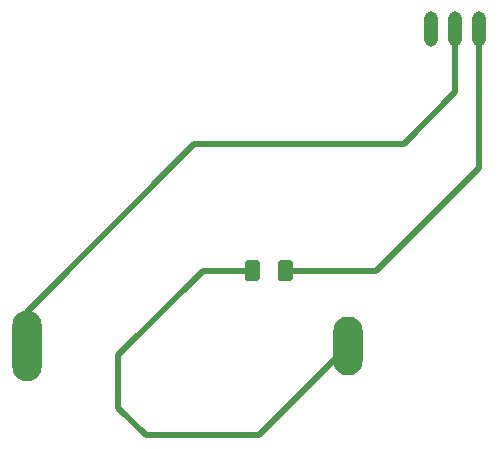
<source format=gbr>
G04 #@! TF.GenerationSoftware,KiCad,Pcbnew,(5.1.2)-1*
G04 #@! TF.CreationDate,2019-05-11T13:20:20-07:00*
G04 #@! TF.ProjectId,PartsExport,50617274-7345-4787-906f-72742e6b6963,rev?*
G04 #@! TF.SameCoordinates,Original*
G04 #@! TF.FileFunction,Copper,L1,Top*
G04 #@! TF.FilePolarity,Positive*
%FSLAX46Y46*%
G04 Gerber Fmt 4.6, Leading zero omitted, Abs format (unit mm)*
G04 Created by KiCad (PCBNEW (5.1.2)-1) date 2019-05-11 13:20:20*
%MOMM*%
%LPD*%
G04 APERTURE LIST*
%ADD10C,0.100000*%
%ADD11C,1.250000*%
%ADD12O,1.200000X3.000000*%
%ADD13O,2.500000X6.000000*%
%ADD14O,2.500000X5.000000*%
%ADD15C,0.250000*%
%ADD16C,0.500000*%
G04 APERTURE END LIST*
D10*
G36*
X118329504Y-103686204D02*
G01*
X118353773Y-103689804D01*
X118377571Y-103695765D01*
X118400671Y-103704030D01*
X118422849Y-103714520D01*
X118443893Y-103727133D01*
X118463598Y-103741747D01*
X118481777Y-103758223D01*
X118498253Y-103776402D01*
X118512867Y-103796107D01*
X118525480Y-103817151D01*
X118535970Y-103839329D01*
X118544235Y-103862429D01*
X118550196Y-103886227D01*
X118553796Y-103910496D01*
X118555000Y-103935000D01*
X118555000Y-105185000D01*
X118553796Y-105209504D01*
X118550196Y-105233773D01*
X118544235Y-105257571D01*
X118535970Y-105280671D01*
X118525480Y-105302849D01*
X118512867Y-105323893D01*
X118498253Y-105343598D01*
X118481777Y-105361777D01*
X118463598Y-105378253D01*
X118443893Y-105392867D01*
X118422849Y-105405480D01*
X118400671Y-105415970D01*
X118377571Y-105424235D01*
X118353773Y-105430196D01*
X118329504Y-105433796D01*
X118305000Y-105435000D01*
X117555000Y-105435000D01*
X117530496Y-105433796D01*
X117506227Y-105430196D01*
X117482429Y-105424235D01*
X117459329Y-105415970D01*
X117437151Y-105405480D01*
X117416107Y-105392867D01*
X117396402Y-105378253D01*
X117378223Y-105361777D01*
X117361747Y-105343598D01*
X117347133Y-105323893D01*
X117334520Y-105302849D01*
X117324030Y-105280671D01*
X117315765Y-105257571D01*
X117309804Y-105233773D01*
X117306204Y-105209504D01*
X117305000Y-105185000D01*
X117305000Y-103935000D01*
X117306204Y-103910496D01*
X117309804Y-103886227D01*
X117315765Y-103862429D01*
X117324030Y-103839329D01*
X117334520Y-103817151D01*
X117347133Y-103796107D01*
X117361747Y-103776402D01*
X117378223Y-103758223D01*
X117396402Y-103741747D01*
X117416107Y-103727133D01*
X117437151Y-103714520D01*
X117459329Y-103704030D01*
X117482429Y-103695765D01*
X117506227Y-103689804D01*
X117530496Y-103686204D01*
X117555000Y-103685000D01*
X118305000Y-103685000D01*
X118329504Y-103686204D01*
X118329504Y-103686204D01*
G37*
D11*
X117930000Y-104560000D03*
D10*
G36*
X115529504Y-103686204D02*
G01*
X115553773Y-103689804D01*
X115577571Y-103695765D01*
X115600671Y-103704030D01*
X115622849Y-103714520D01*
X115643893Y-103727133D01*
X115663598Y-103741747D01*
X115681777Y-103758223D01*
X115698253Y-103776402D01*
X115712867Y-103796107D01*
X115725480Y-103817151D01*
X115735970Y-103839329D01*
X115744235Y-103862429D01*
X115750196Y-103886227D01*
X115753796Y-103910496D01*
X115755000Y-103935000D01*
X115755000Y-105185000D01*
X115753796Y-105209504D01*
X115750196Y-105233773D01*
X115744235Y-105257571D01*
X115735970Y-105280671D01*
X115725480Y-105302849D01*
X115712867Y-105323893D01*
X115698253Y-105343598D01*
X115681777Y-105361777D01*
X115663598Y-105378253D01*
X115643893Y-105392867D01*
X115622849Y-105405480D01*
X115600671Y-105415970D01*
X115577571Y-105424235D01*
X115553773Y-105430196D01*
X115529504Y-105433796D01*
X115505000Y-105435000D01*
X114755000Y-105435000D01*
X114730496Y-105433796D01*
X114706227Y-105430196D01*
X114682429Y-105424235D01*
X114659329Y-105415970D01*
X114637151Y-105405480D01*
X114616107Y-105392867D01*
X114596402Y-105378253D01*
X114578223Y-105361777D01*
X114561747Y-105343598D01*
X114547133Y-105323893D01*
X114534520Y-105302849D01*
X114524030Y-105280671D01*
X114515765Y-105257571D01*
X114509804Y-105233773D01*
X114506204Y-105209504D01*
X114505000Y-105185000D01*
X114505000Y-103935000D01*
X114506204Y-103910496D01*
X114509804Y-103886227D01*
X114515765Y-103862429D01*
X114524030Y-103839329D01*
X114534520Y-103817151D01*
X114547133Y-103796107D01*
X114561747Y-103776402D01*
X114578223Y-103758223D01*
X114596402Y-103741747D01*
X114616107Y-103727133D01*
X114637151Y-103714520D01*
X114659329Y-103704030D01*
X114682429Y-103695765D01*
X114706227Y-103689804D01*
X114730496Y-103686204D01*
X114755000Y-103685000D01*
X115505000Y-103685000D01*
X115529504Y-103686204D01*
X115529504Y-103686204D01*
G37*
D11*
X115130000Y-104560000D03*
D12*
X130230000Y-84080000D03*
X134320000Y-84080000D03*
X132320000Y-84080000D03*
D13*
X96020000Y-110960000D03*
D14*
X123220000Y-110960000D03*
D15*
X96020000Y-110960000D02*
X96020000Y-110500000D01*
D16*
X96020000Y-110960000D02*
X96020000Y-108050000D01*
X96020000Y-108050000D02*
X110220000Y-93850000D01*
X110220000Y-93850000D02*
X127930000Y-93850000D01*
X132320000Y-89460000D02*
X132320000Y-84080000D01*
X127930000Y-93850000D02*
X132320000Y-89460000D01*
X134320000Y-84080000D02*
X134320000Y-95850000D01*
X125610000Y-104560000D02*
X117930000Y-104560000D01*
X134320000Y-95850000D02*
X125610000Y-104560000D01*
X115130000Y-104560000D02*
X110920000Y-104560000D01*
X110920000Y-104560000D02*
X103790000Y-111690000D01*
X103790000Y-111690000D02*
X103790000Y-116170000D01*
X103790000Y-116170000D02*
X106130000Y-118510000D01*
X115670000Y-118510000D02*
X123220000Y-110960000D01*
X106130000Y-118510000D02*
X115670000Y-118510000D01*
M02*

</source>
